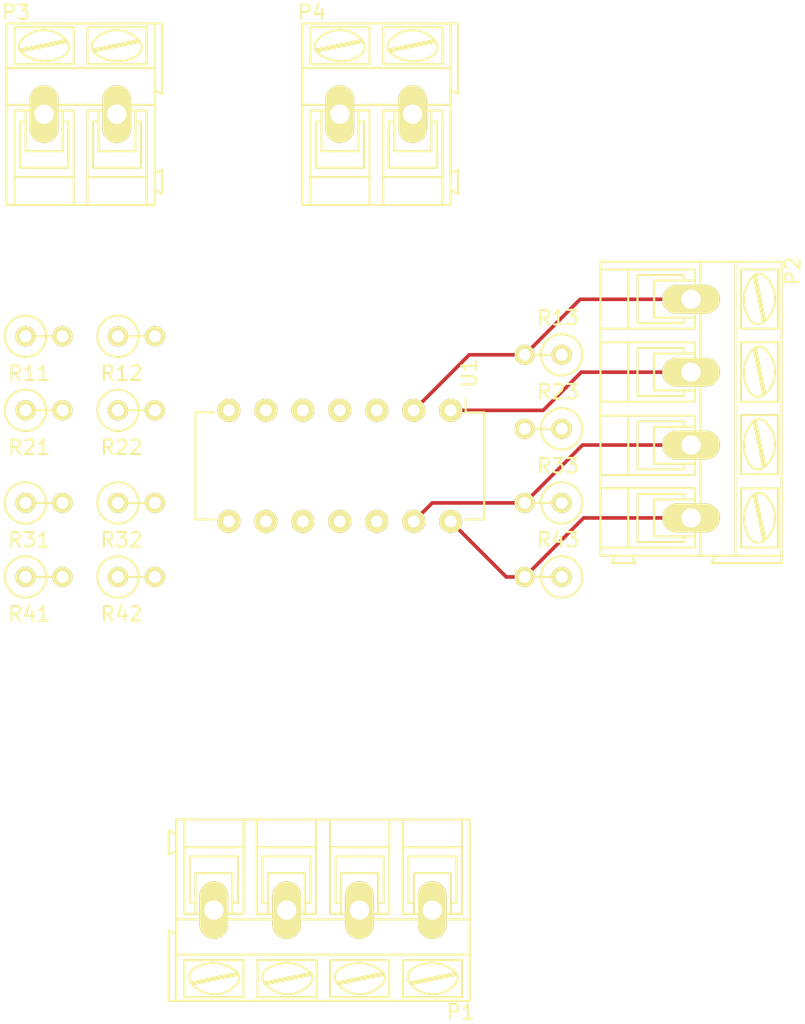
<source format=kicad_pcb>
(kicad_pcb (version 4) (host pcbnew 4.0.4-1.fc25-product)

  (general
    (links 35)
    (no_connects 28)
    (area 131.47381 56.76 187.18 127.49)
    (thickness 1.6)
    (drawings 0)
    (tracks 15)
    (zones 0)
    (modules 17)
    (nets 16)
  )

  (page A4)
  (title_block
    (title "Simple Railcom Detector")
    (date 2017-02-16)
    (rev 1)
    (company "Evili de l Rio")
  )

  (layers
    (0 F.Cu signal)
    (31 B.Cu signal)
    (32 B.Adhes user)
    (33 F.Adhes user)
    (34 B.Paste user)
    (35 F.Paste user)
    (36 B.SilkS user)
    (37 F.SilkS user)
    (38 B.Mask user)
    (39 F.Mask user)
    (40 Dwgs.User user)
    (41 Cmts.User user)
    (42 Eco1.User user)
    (43 Eco2.User user)
    (44 Edge.Cuts user)
    (45 Margin user)
    (46 B.CrtYd user)
    (47 F.CrtYd user)
    (48 B.Fab user)
    (49 F.Fab user)
  )

  (setup
    (last_trace_width 0.25)
    (trace_clearance 0.25)
    (zone_clearance 0.508)
    (zone_45_only no)
    (trace_min 0.25)
    (segment_width 0.2)
    (edge_width 0.15)
    (via_size 0.6)
    (via_drill 0.4)
    (via_min_size 0.4)
    (via_min_drill 0.3)
    (uvia_size 0.3)
    (uvia_drill 0.1)
    (uvias_allowed no)
    (uvia_min_size 0.2)
    (uvia_min_drill 0.1)
    (pcb_text_width 0.3)
    (pcb_text_size 1.5 1.5)
    (mod_edge_width 0.15)
    (mod_text_size 1 1)
    (mod_text_width 0.15)
    (pad_size 1.524 1.524)
    (pad_drill 0.762)
    (pad_to_mask_clearance 0.2)
    (aux_axis_origin 0 0)
    (visible_elements FFFEFF7F)
    (pcbplotparams
      (layerselection 0x00030_80000001)
      (usegerberextensions false)
      (excludeedgelayer true)
      (linewidth 0.100000)
      (plotframeref false)
      (viasonmask false)
      (mode 1)
      (useauxorigin false)
      (hpglpennumber 1)
      (hpglpenspeed 20)
      (hpglpendiameter 15)
      (hpglpenoverlay 2)
      (psnegative false)
      (psa4output false)
      (plotreference true)
      (plotvalue true)
      (plotinvisibletext false)
      (padsonsilk false)
      (subtractmaskfromsilk false)
      (outputformat 1)
      (mirror false)
      (drillshape 1)
      (scaleselection 1)
      (outputdirectory ""))
  )

  (net 0 "")
  (net 1 "Net-(P1-Pad1)")
  (net 2 "Net-(P1-Pad2)")
  (net 3 "Net-(P1-Pad4)")
  (net 4 "Net-(P1-Pad3)")
  (net 5 "Net-(P2-Pad1)")
  (net 6 "Net-(P2-Pad2)")
  (net 7 "Net-(P2-Pad4)")
  (net 8 "Net-(P2-Pad3)")
  (net 9 +12V)
  (net 10 "Net-(R11-Pad2)")
  (net 11 GND)
  (net 12 +5V)
  (net 13 "Net-(R21-Pad2)")
  (net 14 "Net-(R31-Pad2)")
  (net 15 "Net-(R41-Pad2)")

  (net_class Default "This is the default net class."
    (clearance 0.25)
    (trace_width 0.25)
    (via_dia 0.6)
    (via_drill 0.4)
    (uvia_dia 0.3)
    (uvia_drill 0.1)
    (add_net +12V)
    (add_net +5V)
    (add_net GND)
    (add_net "Net-(P1-Pad1)")
    (add_net "Net-(P1-Pad2)")
    (add_net "Net-(P1-Pad3)")
    (add_net "Net-(P1-Pad4)")
    (add_net "Net-(P2-Pad1)")
    (add_net "Net-(P2-Pad2)")
    (add_net "Net-(P2-Pad3)")
    (add_net "Net-(P2-Pad4)")
    (add_net "Net-(R11-Pad2)")
    (add_net "Net-(R21-Pad2)")
    (add_net "Net-(R31-Pad2)")
    (add_net "Net-(R41-Pad2)")
  )

  (module Connect:AK300-4 (layer F.Cu) (tedit 54791E04) (tstamp 58A5C5F9)
    (at 161.29 119.38 180)
    (descr CONNECTOR)
    (tags CONNECTOR)
    (path /58A49653)
    (attr virtual)
    (fp_text reference P1 (at -1.945 -6.985 180) (layer F.SilkS)
      (effects (font (size 1 1) (thickness 0.15)))
    )
    (fp_text value CONN_01X04 (at 2.754 7.747 180) (layer F.Fab)
      (effects (font (size 1 1) (thickness 0.15)))
    )
    (fp_line (start 18.35 -6.473) (end 18.35 6.473) (layer F.CrtYd) (width 0.05))
    (fp_line (start -2.83 -6.473) (end -2.83 6.473) (layer F.CrtYd) (width 0.05))
    (fp_line (start -2.83 6.473) (end 18.35 6.473) (layer F.CrtYd) (width 0.05))
    (fp_line (start -2.83 -6.473) (end 18.35 -6.473) (layer F.CrtYd) (width 0.05))
    (fp_line (start 8.75 -0.254) (end 8.75 2.54) (layer F.SilkS) (width 0.15))
    (fp_line (start 8.75 2.54) (end 11.29 2.54) (layer F.SilkS) (width 0.15))
    (fp_line (start 11.29 2.54) (end 11.29 -0.254) (layer F.SilkS) (width 0.15))
    (fp_line (start 7.9372 -3.429) (end 7.9372 -5.969) (layer F.SilkS) (width 0.15))
    (fp_line (start 7.9372 -5.969) (end 12.0012 -5.969) (layer F.SilkS) (width 0.15))
    (fp_line (start 12.0012 -5.969) (end 12.0012 -3.429) (layer F.SilkS) (width 0.15))
    (fp_line (start 12.0012 -3.429) (end 7.9372 -3.429) (layer F.SilkS) (width 0.15))
    (fp_line (start 8.3436 -4.445) (end 11.3916 -5.08) (layer F.SilkS) (width 0.15))
    (fp_line (start 8.4706 -4.318) (end 11.5186 -4.953) (layer F.SilkS) (width 0.15))
    (fp_arc (start 10.9852 -4.59486) (end 11.49066 -5.05206) (angle 90.5) (layer F.SilkS) (width 0.15))
    (fp_arc (start 10.02 -6.0706) (end 11.48304 -4.11734) (angle 75.5) (layer F.SilkS) (width 0.15))
    (fp_arc (start 9.94126 -3.7084) (end 8.3436 -5.0038) (angle 100) (layer F.SilkS) (width 0.15))
    (fp_arc (start 8.8262 -4.64566) (end 8.53664 -4.1275) (angle 104.2) (layer F.SilkS) (width 0.15))
    (fp_line (start 7.988 4.318) (end 12.052 4.318) (layer F.SilkS) (width 0.15))
    (fp_line (start 12.052 6.223) (end 12.052 -0.254) (layer F.SilkS) (width 0.15))
    (fp_line (start 8.369 0.508) (end 8.75 0.508) (layer F.SilkS) (width 0.15))
    (fp_line (start 8.369 0.508) (end 8.369 3.683) (layer F.SilkS) (width 0.15))
    (fp_line (start 8.369 3.683) (end 11.671 3.683) (layer F.SilkS) (width 0.15))
    (fp_line (start 11.671 3.683) (end 11.671 0.508) (layer F.SilkS) (width 0.15))
    (fp_line (start 11.671 0.508) (end 11.29 0.508) (layer F.SilkS) (width 0.15))
    (fp_line (start 12.51 -0.635) (end 17.59 -0.635) (layer F.SilkS) (width 0.15))
    (fp_line (start 7.988 6.223) (end 7.988 -0.254) (layer F.SilkS) (width 0.15))
    (fp_line (start 7.988 -0.254) (end 12.052 -0.254) (layer F.SilkS) (width 0.15))
    (fp_line (start 16.955 6.223) (end 13.018 6.223) (layer F.SilkS) (width 0.15))
    (fp_line (start 13.168 6.223) (end 7.072 6.223) (layer F.SilkS) (width 0.15))
    (fp_line (start 17.59 -3.048) (end -2.58 -3.048) (layer F.SilkS) (width 0.15))
    (fp_line (start 17.74 -6.223) (end -2.58 -6.223) (layer F.SilkS) (width 0.15))
    (fp_line (start 12.66 -0.635) (end -2.5165 -0.635) (layer F.SilkS) (width 0.15))
    (fp_line (start 12.9545 4.0005) (end 12.9545 -0.254) (layer F.SilkS) (width 0.15))
    (fp_arc (start 13.8562 -4.64566) (end 13.56664 -4.1275) (angle 104.2) (layer F.SilkS) (width 0.15))
    (fp_arc (start 14.97126 -3.7084) (end 13.3736 -5.0038) (angle 100) (layer F.SilkS) (width 0.15))
    (fp_arc (start 15.05 -6.0706) (end 16.51304 -4.11734) (angle 75.5) (layer F.SilkS) (width 0.15))
    (fp_arc (start 16.0152 -4.59486) (end 16.52066 -5.05206) (angle 90.5) (layer F.SilkS) (width 0.15))
    (fp_line (start 13.3482 -0.254) (end 16.6502 -0.254) (layer F.SilkS) (width 0.15))
    (fp_line (start 12.9672 -0.254) (end 13.3482 -0.254) (layer F.SilkS) (width 0.15))
    (fp_line (start 17.0312 -0.254) (end 16.6502 -0.254) (layer F.SilkS) (width 0.15))
    (fp_line (start 13.5006 -4.318) (end 16.5486 -4.953) (layer F.SilkS) (width 0.15))
    (fp_line (start 13.3736 -4.445) (end 16.4216 -5.08) (layer F.SilkS) (width 0.15))
    (fp_line (start 17.0312 -3.429) (end 12.9672 -3.429) (layer F.SilkS) (width 0.15))
    (fp_line (start 17.0312 -5.969) (end 17.0312 -3.429) (layer F.SilkS) (width 0.15))
    (fp_line (start 12.9672 -5.969) (end 17.0312 -5.969) (layer F.SilkS) (width 0.15))
    (fp_line (start 12.9672 -3.429) (end 12.9672 -5.969) (layer F.SilkS) (width 0.15))
    (fp_line (start 17.59 -3.175) (end 17.59 -1.651) (layer F.SilkS) (width 0.15))
    (fp_line (start 17.59 -0.635) (end 17.59 4.064) (layer F.SilkS) (width 0.15))
    (fp_line (start 17.59 -1.651) (end 17.59 -0.635) (layer F.SilkS) (width 0.15))
    (fp_line (start 16.6502 0.508) (end 16.2692 0.508) (layer F.SilkS) (width 0.15))
    (fp_line (start 13.3482 0.508) (end 13.7292 0.508) (layer F.SilkS) (width 0.15))
    (fp_line (start 13.3482 3.683) (end 13.3482 0.508) (layer F.SilkS) (width 0.15))
    (fp_line (start 16.6502 3.683) (end 13.3482 3.683) (layer F.SilkS) (width 0.15))
    (fp_line (start 16.6502 3.683) (end 16.6502 0.508) (layer F.SilkS) (width 0.15))
    (fp_line (start 17.0312 4.318) (end 17.0312 6.223) (layer F.SilkS) (width 0.15))
    (fp_line (start 12.9672 4.318) (end 17.0312 4.318) (layer F.SilkS) (width 0.15))
    (fp_line (start 17.0312 6.223) (end 17.59 6.223) (layer F.SilkS) (width 0.15))
    (fp_line (start 17.0312 -0.254) (end 17.0312 4.318) (layer F.SilkS) (width 0.15))
    (fp_line (start 12.9672 6.223) (end 12.9672 4.318) (layer F.SilkS) (width 0.15))
    (fp_line (start 18.098 3.81) (end 18.098 5.461) (layer F.SilkS) (width 0.15))
    (fp_line (start 17.59 4.064) (end 17.59 5.207) (layer F.SilkS) (width 0.15))
    (fp_line (start 18.098 3.81) (end 17.59 4.064) (layer F.SilkS) (width 0.15))
    (fp_line (start 17.59 5.207) (end 17.59 6.223) (layer F.SilkS) (width 0.15))
    (fp_line (start 18.098 5.461) (end 17.59 5.207) (layer F.SilkS) (width 0.15))
    (fp_line (start 18.098 -1.397) (end 17.59 -1.651) (layer F.SilkS) (width 0.15))
    (fp_line (start 18.098 -6.223) (end 18.098 -1.397) (layer F.SilkS) (width 0.15))
    (fp_line (start 17.59 -6.223) (end 18.098 -6.223) (layer F.SilkS) (width 0.15))
    (fp_line (start 17.59 -6.223) (end 17.59 -3.175) (layer F.SilkS) (width 0.15))
    (fp_line (start 13.7292 2.54) (end 13.7292 -0.254) (layer F.SilkS) (width 0.15))
    (fp_line (start 13.7292 -0.254) (end 16.2692 -0.254) (layer F.SilkS) (width 0.15))
    (fp_line (start 16.2692 2.54) (end 16.2692 -0.254) (layer F.SilkS) (width 0.15))
    (fp_line (start 13.7292 2.54) (end 16.2692 2.54) (layer F.SilkS) (width 0.15))
    (fp_line (start -1.2846 2.54) (end 1.2554 2.54) (layer F.SilkS) (width 0.15))
    (fp_line (start 1.2554 2.54) (end 1.2554 -0.254) (layer F.SilkS) (width 0.15))
    (fp_line (start -1.2846 -0.254) (end 1.2554 -0.254) (layer F.SilkS) (width 0.15))
    (fp_line (start -1.2846 2.54) (end -1.2846 -0.254) (layer F.SilkS) (width 0.15))
    (fp_line (start 3.7192 2.54) (end 6.2592 2.54) (layer F.SilkS) (width 0.15))
    (fp_line (start 6.2592 2.54) (end 6.2592 -0.254) (layer F.SilkS) (width 0.15))
    (fp_line (start 3.7192 -0.254) (end 6.2592 -0.254) (layer F.SilkS) (width 0.15))
    (fp_line (start 3.7192 2.54) (end 3.7192 -0.254) (layer F.SilkS) (width 0.15))
    (fp_line (start 12.9545 5.207) (end 12.9545 6.223) (layer F.SilkS) (width 0.15))
    (fp_line (start 12.9545 4.064) (end 12.9545 5.207) (layer F.SilkS) (width 0.15))
    (fp_line (start 2.9572 6.223) (end 2.9572 4.318) (layer F.SilkS) (width 0.15))
    (fp_line (start 7.0212 -0.254) (end 7.0212 4.318) (layer F.SilkS) (width 0.15))
    (fp_line (start 2.9572 6.223) (end 7.0212 6.223) (layer F.SilkS) (width 0.15))
    (fp_line (start 2.0174 6.223) (end 2.0174 4.318) (layer F.SilkS) (width 0.15))
    (fp_line (start 2.0174 6.223) (end 2.9572 6.223) (layer F.SilkS) (width 0.15))
    (fp_line (start -2.0466 -0.254) (end -2.0466 4.318) (layer F.SilkS) (width 0.15))
    (fp_line (start -2.58 6.223) (end -2.0466 6.223) (layer F.SilkS) (width 0.15))
    (fp_line (start -2.0466 6.223) (end 2.0174 6.223) (layer F.SilkS) (width 0.15))
    (fp_line (start 2.9572 4.318) (end 7.0212 4.318) (layer F.SilkS) (width 0.15))
    (fp_line (start 2.9572 4.318) (end 2.9572 -0.254) (layer F.SilkS) (width 0.15))
    (fp_line (start 7.0212 4.318) (end 7.0212 6.223) (layer F.SilkS) (width 0.15))
    (fp_line (start 2.0174 4.318) (end -2.0466 4.318) (layer F.SilkS) (width 0.15))
    (fp_line (start 2.0174 4.318) (end 2.0174 -0.254) (layer F.SilkS) (width 0.15))
    (fp_line (start -2.0466 4.318) (end -2.0466 6.223) (layer F.SilkS) (width 0.15))
    (fp_line (start 6.6402 3.683) (end 6.6402 0.508) (layer F.SilkS) (width 0.15))
    (fp_line (start 6.6402 3.683) (end 3.3382 3.683) (layer F.SilkS) (width 0.15))
    (fp_line (start 3.3382 3.683) (end 3.3382 0.508) (layer F.SilkS) (width 0.15))
    (fp_line (start 1.6364 3.683) (end 1.6364 0.508) (layer F.SilkS) (width 0.15))
    (fp_line (start 1.6364 3.683) (end -1.6656 3.683) (layer F.SilkS) (width 0.15))
    (fp_line (start -1.6656 3.683) (end -1.6656 0.508) (layer F.SilkS) (width 0.15))
    (fp_line (start -1.6656 0.508) (end -1.2846 0.508) (layer F.SilkS) (width 0.15))
    (fp_line (start 1.6364 0.508) (end 1.2554 0.508) (layer F.SilkS) (width 0.15))
    (fp_line (start 3.3382 0.508) (end 3.7192 0.508) (layer F.SilkS) (width 0.15))
    (fp_line (start 6.6402 0.508) (end 6.2592 0.508) (layer F.SilkS) (width 0.15))
    (fp_line (start -2.58 6.223) (end -2.58 -0.635) (layer F.SilkS) (width 0.15))
    (fp_line (start -2.58 -0.635) (end -2.58 -3.175) (layer F.SilkS) (width 0.15))
    (fp_line (start -2.58 -3.175) (end -2.58 -6.223) (layer F.SilkS) (width 0.15))
    (fp_line (start 2.9572 -3.429) (end 2.9572 -5.969) (layer F.SilkS) (width 0.15))
    (fp_line (start 2.9572 -5.969) (end 7.0212 -5.969) (layer F.SilkS) (width 0.15))
    (fp_line (start 7.0212 -5.969) (end 7.0212 -3.429) (layer F.SilkS) (width 0.15))
    (fp_line (start 7.0212 -3.429) (end 2.9572 -3.429) (layer F.SilkS) (width 0.15))
    (fp_line (start 2.0174 -3.429) (end 2.0174 -5.969) (layer F.SilkS) (width 0.15))
    (fp_line (start 2.0174 -3.429) (end -2.0466 -3.429) (layer F.SilkS) (width 0.15))
    (fp_line (start -2.0466 -3.429) (end -2.0466 -5.969) (layer F.SilkS) (width 0.15))
    (fp_line (start 2.0174 -5.969) (end -2.0466 -5.969) (layer F.SilkS) (width 0.15))
    (fp_line (start 3.3636 -4.445) (end 6.4116 -5.08) (layer F.SilkS) (width 0.15))
    (fp_line (start 3.4906 -4.318) (end 6.5386 -4.953) (layer F.SilkS) (width 0.15))
    (fp_line (start -1.6402 -4.445) (end 1.41034 -5.08) (layer F.SilkS) (width 0.15))
    (fp_line (start -1.5132 -4.318) (end 1.5348 -4.953) (layer F.SilkS) (width 0.15))
    (fp_line (start -2.0466 -0.254) (end -1.6656 -0.254) (layer F.SilkS) (width 0.15))
    (fp_line (start 2.0174 -0.254) (end 1.6364 -0.254) (layer F.SilkS) (width 0.15))
    (fp_line (start 1.6364 -0.254) (end -1.6656 -0.254) (layer F.SilkS) (width 0.15))
    (fp_line (start 7.0212 -0.254) (end 6.6402 -0.254) (layer F.SilkS) (width 0.15))
    (fp_line (start 2.9572 -0.254) (end 3.3382 -0.254) (layer F.SilkS) (width 0.15))
    (fp_line (start 3.3382 -0.254) (end 6.6402 -0.254) (layer F.SilkS) (width 0.15))
    (fp_arc (start 6.0052 -4.59486) (end 6.51066 -5.05206) (angle 90.5) (layer F.SilkS) (width 0.15))
    (fp_arc (start 5.04 -6.0706) (end 6.50304 -4.11734) (angle 75.5) (layer F.SilkS) (width 0.15))
    (fp_arc (start 4.96126 -3.7084) (end 3.3636 -5.0038) (angle 100) (layer F.SilkS) (width 0.15))
    (fp_arc (start 3.8462 -4.64566) (end 3.55664 -4.1275) (angle 104.2) (layer F.SilkS) (width 0.15))
    (fp_arc (start 1.0014 -4.59486) (end 1.5094 -5.05206) (angle 90.5) (layer F.SilkS) (width 0.15))
    (fp_arc (start 0.03874 -6.0706) (end 1.50178 -4.11734) (angle 75.5) (layer F.SilkS) (width 0.15))
    (fp_arc (start -0.03746 -3.7084) (end -1.6402 -5.0038) (angle 100) (layer F.SilkS) (width 0.15))
    (fp_arc (start -1.1576 -4.64566) (end -1.44462 -4.1275) (angle 104.2) (layer F.SilkS) (width 0.15))
    (pad 1 thru_hole oval (at 0 0 180) (size 1.9812 3.9624) (drill 1.3208) (layers *.Cu F.Paste F.SilkS F.Mask)
      (net 1 "Net-(P1-Pad1)"))
    (pad 2 thru_hole oval (at 5 0 180) (size 1.9812 3.9624) (drill 1.3208) (layers *.Cu F.Paste F.SilkS F.Mask)
      (net 2 "Net-(P1-Pad2)"))
    (pad 4 thru_hole oval (at 15 0 180) (size 1.9812 3.9624) (drill 1.3208) (layers *.Cu F.Paste F.SilkS F.Mask)
      (net 3 "Net-(P1-Pad4)"))
    (pad 3 thru_hole oval (at 10 0 180) (size 1.9812 3.9624) (drill 1.3208) (layers *.Cu *.Mask F.SilkS)
      (net 4 "Net-(P1-Pad3)"))
  )

  (module Connect:AK300-4 (layer F.Cu) (tedit 54791E04) (tstamp 58A5C601)
    (at 179.07 77.47 270)
    (descr CONNECTOR)
    (tags CONNECTOR)
    (path /58A58CA5)
    (attr virtual)
    (fp_text reference P2 (at -1.945 -6.985 270) (layer F.SilkS)
      (effects (font (size 1 1) (thickness 0.15)))
    )
    (fp_text value CONN_01X04 (at 2.754 7.747 270) (layer F.Fab)
      (effects (font (size 1 1) (thickness 0.15)))
    )
    (fp_line (start 18.35 -6.473) (end 18.35 6.473) (layer F.CrtYd) (width 0.05))
    (fp_line (start -2.83 -6.473) (end -2.83 6.473) (layer F.CrtYd) (width 0.05))
    (fp_line (start -2.83 6.473) (end 18.35 6.473) (layer F.CrtYd) (width 0.05))
    (fp_line (start -2.83 -6.473) (end 18.35 -6.473) (layer F.CrtYd) (width 0.05))
    (fp_line (start 8.75 -0.254) (end 8.75 2.54) (layer F.SilkS) (width 0.15))
    (fp_line (start 8.75 2.54) (end 11.29 2.54) (layer F.SilkS) (width 0.15))
    (fp_line (start 11.29 2.54) (end 11.29 -0.254) (layer F.SilkS) (width 0.15))
    (fp_line (start 7.9372 -3.429) (end 7.9372 -5.969) (layer F.SilkS) (width 0.15))
    (fp_line (start 7.9372 -5.969) (end 12.0012 -5.969) (layer F.SilkS) (width 0.15))
    (fp_line (start 12.0012 -5.969) (end 12.0012 -3.429) (layer F.SilkS) (width 0.15))
    (fp_line (start 12.0012 -3.429) (end 7.9372 -3.429) (layer F.SilkS) (width 0.15))
    (fp_line (start 8.3436 -4.445) (end 11.3916 -5.08) (layer F.SilkS) (width 0.15))
    (fp_line (start 8.4706 -4.318) (end 11.5186 -4.953) (layer F.SilkS) (width 0.15))
    (fp_arc (start 10.9852 -4.59486) (end 11.49066 -5.05206) (angle 90.5) (layer F.SilkS) (width 0.15))
    (fp_arc (start 10.02 -6.0706) (end 11.48304 -4.11734) (angle 75.5) (layer F.SilkS) (width 0.15))
    (fp_arc (start 9.94126 -3.7084) (end 8.3436 -5.0038) (angle 100) (layer F.SilkS) (width 0.15))
    (fp_arc (start 8.8262 -4.64566) (end 8.53664 -4.1275) (angle 104.2) (layer F.SilkS) (width 0.15))
    (fp_line (start 7.988 4.318) (end 12.052 4.318) (layer F.SilkS) (width 0.15))
    (fp_line (start 12.052 6.223) (end 12.052 -0.254) (layer F.SilkS) (width 0.15))
    (fp_line (start 8.369 0.508) (end 8.75 0.508) (layer F.SilkS) (width 0.15))
    (fp_line (start 8.369 0.508) (end 8.369 3.683) (layer F.SilkS) (width 0.15))
    (fp_line (start 8.369 3.683) (end 11.671 3.683) (layer F.SilkS) (width 0.15))
    (fp_line (start 11.671 3.683) (end 11.671 0.508) (layer F.SilkS) (width 0.15))
    (fp_line (start 11.671 0.508) (end 11.29 0.508) (layer F.SilkS) (width 0.15))
    (fp_line (start 12.51 -0.635) (end 17.59 -0.635) (layer F.SilkS) (width 0.15))
    (fp_line (start 7.988 6.223) (end 7.988 -0.254) (layer F.SilkS) (width 0.15))
    (fp_line (start 7.988 -0.254) (end 12.052 -0.254) (layer F.SilkS) (width 0.15))
    (fp_line (start 16.955 6.223) (end 13.018 6.223) (layer F.SilkS) (width 0.15))
    (fp_line (start 13.168 6.223) (end 7.072 6.223) (layer F.SilkS) (width 0.15))
    (fp_line (start 17.59 -3.048) (end -2.58 -3.048) (layer F.SilkS) (width 0.15))
    (fp_line (start 17.74 -6.223) (end -2.58 -6.223) (layer F.SilkS) (width 0.15))
    (fp_line (start 12.66 -0.635) (end -2.5165 -0.635) (layer F.SilkS) (width 0.15))
    (fp_line (start 12.9545 4.0005) (end 12.9545 -0.254) (layer F.SilkS) (width 0.15))
    (fp_arc (start 13.8562 -4.64566) (end 13.56664 -4.1275) (angle 104.2) (layer F.SilkS) (width 0.15))
    (fp_arc (start 14.97126 -3.7084) (end 13.3736 -5.0038) (angle 100) (layer F.SilkS) (width 0.15))
    (fp_arc (start 15.05 -6.0706) (end 16.51304 -4.11734) (angle 75.5) (layer F.SilkS) (width 0.15))
    (fp_arc (start 16.0152 -4.59486) (end 16.52066 -5.05206) (angle 90.5) (layer F.SilkS) (width 0.15))
    (fp_line (start 13.3482 -0.254) (end 16.6502 -0.254) (layer F.SilkS) (width 0.15))
    (fp_line (start 12.9672 -0.254) (end 13.3482 -0.254) (layer F.SilkS) (width 0.15))
    (fp_line (start 17.0312 -0.254) (end 16.6502 -0.254) (layer F.SilkS) (width 0.15))
    (fp_line (start 13.5006 -4.318) (end 16.5486 -4.953) (layer F.SilkS) (width 0.15))
    (fp_line (start 13.3736 -4.445) (end 16.4216 -5.08) (layer F.SilkS) (width 0.15))
    (fp_line (start 17.0312 -3.429) (end 12.9672 -3.429) (layer F.SilkS) (width 0.15))
    (fp_line (start 17.0312 -5.969) (end 17.0312 -3.429) (layer F.SilkS) (width 0.15))
    (fp_line (start 12.9672 -5.969) (end 17.0312 -5.969) (layer F.SilkS) (width 0.15))
    (fp_line (start 12.9672 -3.429) (end 12.9672 -5.969) (layer F.SilkS) (width 0.15))
    (fp_line (start 17.59 -3.175) (end 17.59 -1.651) (layer F.SilkS) (width 0.15))
    (fp_line (start 17.59 -0.635) (end 17.59 4.064) (layer F.SilkS) (width 0.15))
    (fp_line (start 17.59 -1.651) (end 17.59 -0.635) (layer F.SilkS) (width 0.15))
    (fp_line (start 16.6502 0.508) (end 16.2692 0.508) (layer F.SilkS) (width 0.15))
    (fp_line (start 13.3482 0.508) (end 13.7292 0.508) (layer F.SilkS) (width 0.15))
    (fp_line (start 13.3482 3.683) (end 13.3482 0.508) (layer F.SilkS) (width 0.15))
    (fp_line (start 16.6502 3.683) (end 13.3482 3.683) (layer F.SilkS) (width 0.15))
    (fp_line (start 16.6502 3.683) (end 16.6502 0.508) (layer F.SilkS) (width 0.15))
    (fp_line (start 17.0312 4.318) (end 17.0312 6.223) (layer F.SilkS) (width 0.15))
    (fp_line (start 12.9672 4.318) (end 17.0312 4.318) (layer F.SilkS) (width 0.15))
    (fp_line (start 17.0312 6.223) (end 17.59 6.223) (layer F.SilkS) (width 0.15))
    (fp_line (start 17.0312 -0.254) (end 17.0312 4.318) (layer F.SilkS) (width 0.15))
    (fp_line (start 12.9672 6.223) (end 12.9672 4.318) (layer F.SilkS) (width 0.15))
    (fp_line (start 18.098 3.81) (end 18.098 5.461) (layer F.SilkS) (width 0.15))
    (fp_line (start 17.59 4.064) (end 17.59 5.207) (layer F.SilkS) (width 0.15))
    (fp_line (start 18.098 3.81) (end 17.59 4.064) (layer F.SilkS) (width 0.15))
    (fp_line (start 17.59 5.207) (end 17.59 6.223) (layer F.SilkS) (width 0.15))
    (fp_line (start 18.098 5.461) (end 17.59 5.207) (layer F.SilkS) (width 0.15))
    (fp_line (start 18.098 -1.397) (end 17.59 -1.651) (layer F.SilkS) (width 0.15))
    (fp_line (start 18.098 -6.223) (end 18.098 -1.397) (layer F.SilkS) (width 0.15))
    (fp_line (start 17.59 -6.223) (end 18.098 -6.223) (layer F.SilkS) (width 0.15))
    (fp_line (start 17.59 -6.223) (end 17.59 -3.175) (layer F.SilkS) (width 0.15))
    (fp_line (start 13.7292 2.54) (end 13.7292 -0.254) (layer F.SilkS) (width 0.15))
    (fp_line (start 13.7292 -0.254) (end 16.2692 -0.254) (layer F.SilkS) (width 0.15))
    (fp_line (start 16.2692 2.54) (end 16.2692 -0.254) (layer F.SilkS) (width 0.15))
    (fp_line (start 13.7292 2.54) (end 16.2692 2.54) (layer F.SilkS) (width 0.15))
    (fp_line (start -1.2846 2.54) (end 1.2554 2.54) (layer F.SilkS) (width 0.15))
    (fp_line (start 1.2554 2.54) (end 1.2554 -0.254) (layer F.SilkS) (width 0.15))
    (fp_line (start -1.2846 -0.254) (end 1.2554 -0.254) (layer F.SilkS) (width 0.15))
    (fp_line (start -1.2846 2.54) (end -1.2846 -0.254) (layer F.SilkS) (width 0.15))
    (fp_line (start 3.7192 2.54) (end 6.2592 2.54) (layer F.SilkS) (width 0.15))
    (fp_line (start 6.2592 2.54) (end 6.2592 -0.254) (layer F.SilkS) (width 0.15))
    (fp_line (start 3.7192 -0.254) (end 6.2592 -0.254) (layer F.SilkS) (width 0.15))
    (fp_line (start 3.7192 2.54) (end 3.7192 -0.254) (layer F.SilkS) (width 0.15))
    (fp_line (start 12.9545 5.207) (end 12.9545 6.223) (layer F.SilkS) (width 0.15))
    (fp_line (start 12.9545 4.064) (end 12.9545 5.207) (layer F.SilkS) (width 0.15))
    (fp_line (start 2.9572 6.223) (end 2.9572 4.318) (layer F.SilkS) (width 0.15))
    (fp_line (start 7.0212 -0.254) (end 7.0212 4.318) (layer F.SilkS) (width 0.15))
    (fp_line (start 2.9572 6.223) (end 7.0212 6.223) (layer F.SilkS) (width 0.15))
    (fp_line (start 2.0174 6.223) (end 2.0174 4.318) (layer F.SilkS) (width 0.15))
    (fp_line (start 2.0174 6.223) (end 2.9572 6.223) (layer F.SilkS) (width 0.15))
    (fp_line (start -2.0466 -0.254) (end -2.0466 4.318) (layer F.SilkS) (width 0.15))
    (fp_line (start -2.58 6.223) (end -2.0466 6.223) (layer F.SilkS) (width 0.15))
    (fp_line (start -2.0466 6.223) (end 2.0174 6.223) (layer F.SilkS) (width 0.15))
    (fp_line (start 2.9572 4.318) (end 7.0212 4.318) (layer F.SilkS) (width 0.15))
    (fp_line (start 2.9572 4.318) (end 2.9572 -0.254) (layer F.SilkS) (width 0.15))
    (fp_line (start 7.0212 4.318) (end 7.0212 6.223) (layer F.SilkS) (width 0.15))
    (fp_line (start 2.0174 4.318) (end -2.0466 4.318) (layer F.SilkS) (width 0.15))
    (fp_line (start 2.0174 4.318) (end 2.0174 -0.254) (layer F.SilkS) (width 0.15))
    (fp_line (start -2.0466 4.318) (end -2.0466 6.223) (layer F.SilkS) (width 0.15))
    (fp_line (start 6.6402 3.683) (end 6.6402 0.508) (layer F.SilkS) (width 0.15))
    (fp_line (start 6.6402 3.683) (end 3.3382 3.683) (layer F.SilkS) (width 0.15))
    (fp_line (start 3.3382 3.683) (end 3.3382 0.508) (layer F.SilkS) (width 0.15))
    (fp_line (start 1.6364 3.683) (end 1.6364 0.508) (layer F.SilkS) (width 0.15))
    (fp_line (start 1.6364 3.683) (end -1.6656 3.683) (layer F.SilkS) (width 0.15))
    (fp_line (start -1.6656 3.683) (end -1.6656 0.508) (layer F.SilkS) (width 0.15))
    (fp_line (start -1.6656 0.508) (end -1.2846 0.508) (layer F.SilkS) (width 0.15))
    (fp_line (start 1.6364 0.508) (end 1.2554 0.508) (layer F.SilkS) (width 0.15))
    (fp_line (start 3.3382 0.508) (end 3.7192 0.508) (layer F.SilkS) (width 0.15))
    (fp_line (start 6.6402 0.508) (end 6.2592 0.508) (layer F.SilkS) (width 0.15))
    (fp_line (start -2.58 6.223) (end -2.58 -0.635) (layer F.SilkS) (width 0.15))
    (fp_line (start -2.58 -0.635) (end -2.58 -3.175) (layer F.SilkS) (width 0.15))
    (fp_line (start -2.58 -3.175) (end -2.58 -6.223) (layer F.SilkS) (width 0.15))
    (fp_line (start 2.9572 -3.429) (end 2.9572 -5.969) (layer F.SilkS) (width 0.15))
    (fp_line (start 2.9572 -5.969) (end 7.0212 -5.969) (layer F.SilkS) (width 0.15))
    (fp_line (start 7.0212 -5.969) (end 7.0212 -3.429) (layer F.SilkS) (width 0.15))
    (fp_line (start 7.0212 -3.429) (end 2.9572 -3.429) (layer F.SilkS) (width 0.15))
    (fp_line (start 2.0174 -3.429) (end 2.0174 -5.969) (layer F.SilkS) (width 0.15))
    (fp_line (start 2.0174 -3.429) (end -2.0466 -3.429) (layer F.SilkS) (width 0.15))
    (fp_line (start -2.0466 -3.429) (end -2.0466 -5.969) (layer F.SilkS) (width 0.15))
    (fp_line (start 2.0174 -5.969) (end -2.0466 -5.969) (layer F.SilkS) (width 0.15))
    (fp_line (start 3.3636 -4.445) (end 6.4116 -5.08) (layer F.SilkS) (width 0.15))
    (fp_line (start 3.4906 -4.318) (end 6.5386 -4.953) (layer F.SilkS) (width 0.15))
    (fp_line (start -1.6402 -4.445) (end 1.41034 -5.08) (layer F.SilkS) (width 0.15))
    (fp_line (start -1.5132 -4.318) (end 1.5348 -4.953) (layer F.SilkS) (width 0.15))
    (fp_line (start -2.0466 -0.254) (end -1.6656 -0.254) (layer F.SilkS) (width 0.15))
    (fp_line (start 2.0174 -0.254) (end 1.6364 -0.254) (layer F.SilkS) (width 0.15))
    (fp_line (start 1.6364 -0.254) (end -1.6656 -0.254) (layer F.SilkS) (width 0.15))
    (fp_line (start 7.0212 -0.254) (end 6.6402 -0.254) (layer F.SilkS) (width 0.15))
    (fp_line (start 2.9572 -0.254) (end 3.3382 -0.254) (layer F.SilkS) (width 0.15))
    (fp_line (start 3.3382 -0.254) (end 6.6402 -0.254) (layer F.SilkS) (width 0.15))
    (fp_arc (start 6.0052 -4.59486) (end 6.51066 -5.05206) (angle 90.5) (layer F.SilkS) (width 0.15))
    (fp_arc (start 5.04 -6.0706) (end 6.50304 -4.11734) (angle 75.5) (layer F.SilkS) (width 0.15))
    (fp_arc (start 4.96126 -3.7084) (end 3.3636 -5.0038) (angle 100) (layer F.SilkS) (width 0.15))
    (fp_arc (start 3.8462 -4.64566) (end 3.55664 -4.1275) (angle 104.2) (layer F.SilkS) (width 0.15))
    (fp_arc (start 1.0014 -4.59486) (end 1.5094 -5.05206) (angle 90.5) (layer F.SilkS) (width 0.15))
    (fp_arc (start 0.03874 -6.0706) (end 1.50178 -4.11734) (angle 75.5) (layer F.SilkS) (width 0.15))
    (fp_arc (start -0.03746 -3.7084) (end -1.6402 -5.0038) (angle 100) (layer F.SilkS) (width 0.15))
    (fp_arc (start -1.1576 -4.64566) (end -1.44462 -4.1275) (angle 104.2) (layer F.SilkS) (width 0.15))
    (pad 1 thru_hole oval (at 0 0 270) (size 1.9812 3.9624) (drill 1.3208) (layers *.Cu F.Paste F.SilkS F.Mask)
      (net 5 "Net-(P2-Pad1)"))
    (pad 2 thru_hole oval (at 5 0 270) (size 1.9812 3.9624) (drill 1.3208) (layers *.Cu F.Paste F.SilkS F.Mask)
      (net 6 "Net-(P2-Pad2)"))
    (pad 4 thru_hole oval (at 15 0 270) (size 1.9812 3.9624) (drill 1.3208) (layers *.Cu F.Paste F.SilkS F.Mask)
      (net 7 "Net-(P2-Pad4)"))
    (pad 3 thru_hole oval (at 10 0 270) (size 1.9812 3.9624) (drill 1.3208) (layers *.Cu *.Mask F.SilkS)
      (net 8 "Net-(P2-Pad3)"))
  )

  (module Discret:R1 (layer F.Cu) (tedit 0) (tstamp 58A5C607)
    (at 134.62 80.01)
    (descr "Resistance verticale")
    (tags R)
    (path /58A4957B)
    (fp_text reference R11 (at -1.016 2.54) (layer F.SilkS)
      (effects (font (size 1 1) (thickness 0.15)))
    )
    (fp_text value 12K (at -1.143 2.54) (layer F.Fab)
      (effects (font (size 1 1) (thickness 0.15)))
    )
    (fp_line (start -1.27 0) (end 1.27 0) (layer F.SilkS) (width 0.15))
    (fp_circle (center -1.27 0) (end -0.635 1.27) (layer F.SilkS) (width 0.15))
    (pad 1 thru_hole circle (at -1.27 0) (size 1.397 1.397) (drill 0.8128) (layers *.Cu *.Mask F.SilkS)
      (net 9 +12V))
    (pad 2 thru_hole circle (at 1.27 0) (size 1.397 1.397) (drill 0.8128) (layers *.Cu *.Mask F.SilkS)
      (net 10 "Net-(R11-Pad2)"))
    (model Discret.3dshapes/R1.wrl
      (at (xyz 0 0 0))
      (scale (xyz 1 1 1))
      (rotate (xyz 0 0 0))
    )
  )

  (module Discret:R1 (layer F.Cu) (tedit 0) (tstamp 58A5C60D)
    (at 140.97 80.01)
    (descr "Resistance verticale")
    (tags R)
    (path /58A495EE)
    (fp_text reference R12 (at -1.016 2.54) (layer F.SilkS)
      (effects (font (size 1 1) (thickness 0.15)))
    )
    (fp_text value 1K (at -1.143 2.54) (layer F.Fab)
      (effects (font (size 1 1) (thickness 0.15)))
    )
    (fp_line (start -1.27 0) (end 1.27 0) (layer F.SilkS) (width 0.15))
    (fp_circle (center -1.27 0) (end -0.635 1.27) (layer F.SilkS) (width 0.15))
    (pad 1 thru_hole circle (at -1.27 0) (size 1.397 1.397) (drill 0.8128) (layers *.Cu *.Mask F.SilkS)
      (net 10 "Net-(R11-Pad2)"))
    (pad 2 thru_hole circle (at 1.27 0) (size 1.397 1.397) (drill 0.8128) (layers *.Cu *.Mask F.SilkS)
      (net 11 GND))
    (model Discret.3dshapes/R1.wrl
      (at (xyz 0 0 0))
      (scale (xyz 1 1 1))
      (rotate (xyz 0 0 0))
    )
  )

  (module Discret:R1 (layer F.Cu) (tedit 0) (tstamp 58A5C613)
    (at 168.91 81.28 180)
    (descr "Resistance verticale")
    (tags R)
    (path /58A586C9)
    (fp_text reference R13 (at -1.016 2.54 180) (layer F.SilkS)
      (effects (font (size 1 1) (thickness 0.15)))
    )
    (fp_text value 5K (at -1.143 2.54 180) (layer F.Fab)
      (effects (font (size 1 1) (thickness 0.15)))
    )
    (fp_line (start -1.27 0) (end 1.27 0) (layer F.SilkS) (width 0.15))
    (fp_circle (center -1.27 0) (end -0.635 1.27) (layer F.SilkS) (width 0.15))
    (pad 1 thru_hole circle (at -1.27 0 180) (size 1.397 1.397) (drill 0.8128) (layers *.Cu *.Mask F.SilkS)
      (net 12 +5V))
    (pad 2 thru_hole circle (at 1.27 0 180) (size 1.397 1.397) (drill 0.8128) (layers *.Cu *.Mask F.SilkS)
      (net 5 "Net-(P2-Pad1)"))
    (model Discret.3dshapes/R1.wrl
      (at (xyz 0 0 0))
      (scale (xyz 1 1 1))
      (rotate (xyz 0 0 0))
    )
  )

  (module Discret:R1 (layer F.Cu) (tedit 0) (tstamp 58A5C619)
    (at 134.62 85.09)
    (descr "Resistance verticale")
    (tags R)
    (path /58A59396)
    (fp_text reference R21 (at -1.016 2.54) (layer F.SilkS)
      (effects (font (size 1 1) (thickness 0.15)))
    )
    (fp_text value 12K (at -1.143 2.54) (layer F.Fab)
      (effects (font (size 1 1) (thickness 0.15)))
    )
    (fp_line (start -1.27 0) (end 1.27 0) (layer F.SilkS) (width 0.15))
    (fp_circle (center -1.27 0) (end -0.635 1.27) (layer F.SilkS) (width 0.15))
    (pad 1 thru_hole circle (at -1.27 0) (size 1.397 1.397) (drill 0.8128) (layers *.Cu *.Mask F.SilkS)
      (net 9 +12V))
    (pad 2 thru_hole circle (at 1.27 0) (size 1.397 1.397) (drill 0.8128) (layers *.Cu *.Mask F.SilkS)
      (net 13 "Net-(R21-Pad2)"))
    (model Discret.3dshapes/R1.wrl
      (at (xyz 0 0 0))
      (scale (xyz 1 1 1))
      (rotate (xyz 0 0 0))
    )
  )

  (module Discret:R1 (layer F.Cu) (tedit 0) (tstamp 58A5C61F)
    (at 140.97 85.09)
    (descr "Resistance verticale")
    (tags R)
    (path /58A5939C)
    (fp_text reference R22 (at -1.016 2.54) (layer F.SilkS)
      (effects (font (size 1 1) (thickness 0.15)))
    )
    (fp_text value 1K (at -1.143 2.54) (layer F.Fab)
      (effects (font (size 1 1) (thickness 0.15)))
    )
    (fp_line (start -1.27 0) (end 1.27 0) (layer F.SilkS) (width 0.15))
    (fp_circle (center -1.27 0) (end -0.635 1.27) (layer F.SilkS) (width 0.15))
    (pad 1 thru_hole circle (at -1.27 0) (size 1.397 1.397) (drill 0.8128) (layers *.Cu *.Mask F.SilkS)
      (net 13 "Net-(R21-Pad2)"))
    (pad 2 thru_hole circle (at 1.27 0) (size 1.397 1.397) (drill 0.8128) (layers *.Cu *.Mask F.SilkS)
      (net 11 GND))
    (model Discret.3dshapes/R1.wrl
      (at (xyz 0 0 0))
      (scale (xyz 1 1 1))
      (rotate (xyz 0 0 0))
    )
  )

  (module Discret:R1 (layer F.Cu) (tedit 0) (tstamp 58A5C625)
    (at 168.91 86.36 180)
    (descr "Resistance verticale")
    (tags R)
    (path /58A593AB)
    (fp_text reference R23 (at -1.016 2.54 180) (layer F.SilkS)
      (effects (font (size 1 1) (thickness 0.15)))
    )
    (fp_text value 5K (at -1.143 2.54 180) (layer F.Fab)
      (effects (font (size 1 1) (thickness 0.15)))
    )
    (fp_line (start -1.27 0) (end 1.27 0) (layer F.SilkS) (width 0.15))
    (fp_circle (center -1.27 0) (end -0.635 1.27) (layer F.SilkS) (width 0.15))
    (pad 1 thru_hole circle (at -1.27 0 180) (size 1.397 1.397) (drill 0.8128) (layers *.Cu *.Mask F.SilkS)
      (net 12 +5V))
    (pad 2 thru_hole circle (at 1.27 0 180) (size 1.397 1.397) (drill 0.8128) (layers *.Cu *.Mask F.SilkS)
      (net 6 "Net-(P2-Pad2)"))
    (model Discret.3dshapes/R1.wrl
      (at (xyz 0 0 0))
      (scale (xyz 1 1 1))
      (rotate (xyz 0 0 0))
    )
  )

  (module Discret:R1 (layer F.Cu) (tedit 0) (tstamp 58A5C62B)
    (at 134.62 91.44)
    (descr "Resistance verticale")
    (tags R)
    (path /58A596AD)
    (fp_text reference R31 (at -1.016 2.54) (layer F.SilkS)
      (effects (font (size 1 1) (thickness 0.15)))
    )
    (fp_text value 12K (at -1.143 2.54) (layer F.Fab)
      (effects (font (size 1 1) (thickness 0.15)))
    )
    (fp_line (start -1.27 0) (end 1.27 0) (layer F.SilkS) (width 0.15))
    (fp_circle (center -1.27 0) (end -0.635 1.27) (layer F.SilkS) (width 0.15))
    (pad 1 thru_hole circle (at -1.27 0) (size 1.397 1.397) (drill 0.8128) (layers *.Cu *.Mask F.SilkS)
      (net 9 +12V))
    (pad 2 thru_hole circle (at 1.27 0) (size 1.397 1.397) (drill 0.8128) (layers *.Cu *.Mask F.SilkS)
      (net 14 "Net-(R31-Pad2)"))
    (model Discret.3dshapes/R1.wrl
      (at (xyz 0 0 0))
      (scale (xyz 1 1 1))
      (rotate (xyz 0 0 0))
    )
  )

  (module Discret:R1 (layer F.Cu) (tedit 0) (tstamp 58A5C631)
    (at 140.97 91.44)
    (descr "Resistance verticale")
    (tags R)
    (path /58A596B3)
    (fp_text reference R32 (at -1.016 2.54) (layer F.SilkS)
      (effects (font (size 1 1) (thickness 0.15)))
    )
    (fp_text value 1K (at -1.143 2.54) (layer F.Fab)
      (effects (font (size 1 1) (thickness 0.15)))
    )
    (fp_line (start -1.27 0) (end 1.27 0) (layer F.SilkS) (width 0.15))
    (fp_circle (center -1.27 0) (end -0.635 1.27) (layer F.SilkS) (width 0.15))
    (pad 1 thru_hole circle (at -1.27 0) (size 1.397 1.397) (drill 0.8128) (layers *.Cu *.Mask F.SilkS)
      (net 14 "Net-(R31-Pad2)"))
    (pad 2 thru_hole circle (at 1.27 0) (size 1.397 1.397) (drill 0.8128) (layers *.Cu *.Mask F.SilkS)
      (net 11 GND))
    (model Discret.3dshapes/R1.wrl
      (at (xyz 0 0 0))
      (scale (xyz 1 1 1))
      (rotate (xyz 0 0 0))
    )
  )

  (module Discret:R1 (layer F.Cu) (tedit 0) (tstamp 58A5C637)
    (at 168.91 91.44 180)
    (descr "Resistance verticale")
    (tags R)
    (path /58A596C2)
    (fp_text reference R33 (at -1.016 2.54 180) (layer F.SilkS)
      (effects (font (size 1 1) (thickness 0.15)))
    )
    (fp_text value 5K (at -1.143 2.54 180) (layer F.Fab)
      (effects (font (size 1 1) (thickness 0.15)))
    )
    (fp_line (start -1.27 0) (end 1.27 0) (layer F.SilkS) (width 0.15))
    (fp_circle (center -1.27 0) (end -0.635 1.27) (layer F.SilkS) (width 0.15))
    (pad 1 thru_hole circle (at -1.27 0 180) (size 1.397 1.397) (drill 0.8128) (layers *.Cu *.Mask F.SilkS)
      (net 12 +5V))
    (pad 2 thru_hole circle (at 1.27 0 180) (size 1.397 1.397) (drill 0.8128) (layers *.Cu *.Mask F.SilkS)
      (net 8 "Net-(P2-Pad3)"))
    (model Discret.3dshapes/R1.wrl
      (at (xyz 0 0 0))
      (scale (xyz 1 1 1))
      (rotate (xyz 0 0 0))
    )
  )

  (module Discret:R1 (layer F.Cu) (tedit 0) (tstamp 58A5C63D)
    (at 134.62 96.52)
    (descr "Resistance verticale")
    (tags R)
    (path /58A59A24)
    (fp_text reference R41 (at -1.016 2.54) (layer F.SilkS)
      (effects (font (size 1 1) (thickness 0.15)))
    )
    (fp_text value 12K (at -1.143 2.54) (layer F.Fab)
      (effects (font (size 1 1) (thickness 0.15)))
    )
    (fp_line (start -1.27 0) (end 1.27 0) (layer F.SilkS) (width 0.15))
    (fp_circle (center -1.27 0) (end -0.635 1.27) (layer F.SilkS) (width 0.15))
    (pad 1 thru_hole circle (at -1.27 0) (size 1.397 1.397) (drill 0.8128) (layers *.Cu *.Mask F.SilkS)
      (net 9 +12V))
    (pad 2 thru_hole circle (at 1.27 0) (size 1.397 1.397) (drill 0.8128) (layers *.Cu *.Mask F.SilkS)
      (net 15 "Net-(R41-Pad2)"))
    (model Discret.3dshapes/R1.wrl
      (at (xyz 0 0 0))
      (scale (xyz 1 1 1))
      (rotate (xyz 0 0 0))
    )
  )

  (module Discret:R1 (layer F.Cu) (tedit 0) (tstamp 58A5C643)
    (at 140.97 96.52)
    (descr "Resistance verticale")
    (tags R)
    (path /58A59A2A)
    (fp_text reference R42 (at -1.016 2.54) (layer F.SilkS)
      (effects (font (size 1 1) (thickness 0.15)))
    )
    (fp_text value 1K (at -1.143 2.54) (layer F.Fab)
      (effects (font (size 1 1) (thickness 0.15)))
    )
    (fp_line (start -1.27 0) (end 1.27 0) (layer F.SilkS) (width 0.15))
    (fp_circle (center -1.27 0) (end -0.635 1.27) (layer F.SilkS) (width 0.15))
    (pad 1 thru_hole circle (at -1.27 0) (size 1.397 1.397) (drill 0.8128) (layers *.Cu *.Mask F.SilkS)
      (net 15 "Net-(R41-Pad2)"))
    (pad 2 thru_hole circle (at 1.27 0) (size 1.397 1.397) (drill 0.8128) (layers *.Cu *.Mask F.SilkS)
      (net 11 GND))
    (model Discret.3dshapes/R1.wrl
      (at (xyz 0 0 0))
      (scale (xyz 1 1 1))
      (rotate (xyz 0 0 0))
    )
  )

  (module Discret:R1 (layer F.Cu) (tedit 0) (tstamp 58A5C649)
    (at 168.91 96.52 180)
    (descr "Resistance verticale")
    (tags R)
    (path /58A59A39)
    (fp_text reference R43 (at -1.016 2.54 180) (layer F.SilkS)
      (effects (font (size 1 1) (thickness 0.15)))
    )
    (fp_text value 5K (at -1.143 2.54 180) (layer F.Fab)
      (effects (font (size 1 1) (thickness 0.15)))
    )
    (fp_line (start -1.27 0) (end 1.27 0) (layer F.SilkS) (width 0.15))
    (fp_circle (center -1.27 0) (end -0.635 1.27) (layer F.SilkS) (width 0.15))
    (pad 1 thru_hole circle (at -1.27 0 180) (size 1.397 1.397) (drill 0.8128) (layers *.Cu *.Mask F.SilkS)
      (net 12 +5V))
    (pad 2 thru_hole circle (at 1.27 0 180) (size 1.397 1.397) (drill 0.8128) (layers *.Cu *.Mask F.SilkS)
      (net 7 "Net-(P2-Pad4)"))
    (model Discret.3dshapes/R1.wrl
      (at (xyz 0 0 0))
      (scale (xyz 1 1 1))
      (rotate (xyz 0 0 0))
    )
  )

  (module Housings_DIP:DIP-14_W7.62mm (layer F.Cu) (tedit 58A5E484) (tstamp 58A5C65B)
    (at 162.56 85.09 270)
    (descr "14-lead dip package, row spacing 7.62 mm (300 mils)")
    (tags "dil dip 2.54 300")
    (path /58A49463)
    (fp_text reference U1 (at -2.54 -1.27 270) (layer F.SilkS)
      (effects (font (size 1 1) (thickness 0.15)))
    )
    (fp_text value LM339 (at 0 -3.72 270) (layer F.Fab)
      (effects (font (size 1 1) (thickness 0.15)))
    )
    (fp_line (start -1.05 -2.45) (end -1.05 17.7) (layer F.CrtYd) (width 0.05))
    (fp_line (start 8.65 -2.45) (end 8.65 17.7) (layer F.CrtYd) (width 0.05))
    (fp_line (start -1.05 -2.45) (end 8.65 -2.45) (layer F.CrtYd) (width 0.05))
    (fp_line (start -1.05 17.7) (end 8.65 17.7) (layer F.CrtYd) (width 0.05))
    (fp_line (start 0.135 -2.295) (end 0.135 -1.025) (layer F.SilkS) (width 0.15))
    (fp_line (start 7.485 -2.295) (end 7.485 -1.025) (layer F.SilkS) (width 0.15))
    (fp_line (start 7.485 17.535) (end 7.485 16.265) (layer F.SilkS) (width 0.15))
    (fp_line (start 0.135 17.535) (end 0.135 16.265) (layer F.SilkS) (width 0.15))
    (fp_line (start 0.135 -2.295) (end 7.485 -2.295) (layer F.SilkS) (width 0.15))
    (fp_line (start 0.135 17.535) (end 7.485 17.535) (layer F.SilkS) (width 0.15))
    (fp_line (start 0.135 -1.025) (end -0.8 -1.025) (layer F.SilkS) (width 0.15))
    (pad 1 thru_hole oval (at 0 0 270) (size 1.6 1.6) (drill 0.8) (layers *.Cu *.Mask F.SilkS)
      (net 6 "Net-(P2-Pad2)"))
    (pad 2 thru_hole oval (at 0 2.54 270) (size 1.6 1.6) (drill 0.8) (layers *.Cu *.Mask F.SilkS)
      (net 5 "Net-(P2-Pad1)"))
    (pad 3 thru_hole oval (at 0 5.08 270) (size 1.6 1.6) (drill 0.8) (layers *.Cu *.Mask F.SilkS)
      (net 9 +12V))
    (pad 4 thru_hole oval (at 0 7.62 270) (size 1.6 1.6) (drill 0.8) (layers *.Cu *.Mask F.SilkS)
      (net 1 "Net-(P1-Pad1)"))
    (pad 5 thru_hole oval (at 0 10.16 270) (size 1.6 1.6) (drill 0.8) (layers *.Cu *.Mask F.SilkS)
      (net 10 "Net-(R11-Pad2)"))
    (pad 6 thru_hole oval (at 0 12.7 270) (size 1.6 1.6) (drill 0.8) (layers *.Cu *.Mask F.SilkS)
      (net 2 "Net-(P1-Pad2)"))
    (pad 7 thru_hole oval (at 0 15.24 270) (size 1.6 1.6) (drill 0.8) (layers *.Cu *.Mask F.SilkS)
      (net 13 "Net-(R21-Pad2)"))
    (pad 8 thru_hole oval (at 7.62 15.24 270) (size 1.6 1.6) (drill 0.8) (layers *.Cu *.Mask F.SilkS)
      (net 3 "Net-(P1-Pad4)"))
    (pad 9 thru_hole oval (at 7.62 12.7 270) (size 1.6 1.6) (drill 0.8) (layers *.Cu *.Mask F.SilkS)
      (net 15 "Net-(R41-Pad2)"))
    (pad 10 thru_hole oval (at 7.62 10.16 270) (size 1.6 1.6) (drill 0.8) (layers *.Cu *.Mask F.SilkS)
      (net 4 "Net-(P1-Pad3)"))
    (pad 11 thru_hole oval (at 7.62 7.62 270) (size 1.6 1.6) (drill 0.8) (layers *.Cu *.Mask F.SilkS)
      (net 14 "Net-(R31-Pad2)"))
    (pad 12 thru_hole oval (at 7.62 5.08 270) (size 1.6 1.6) (drill 0.8) (layers *.Cu *.Mask F.SilkS)
      (net 11 GND))
    (pad 13 thru_hole oval (at 7.62 2.54 270) (size 1.6 1.6) (drill 0.8) (layers *.Cu *.Mask F.SilkS)
      (net 8 "Net-(P2-Pad3)"))
    (pad 14 thru_hole oval (at 7.62 0 270) (size 1.6 1.6) (drill 0.8) (layers *.Cu *.Mask F.SilkS)
      (net 7 "Net-(P2-Pad4)"))
    (model Housings_DIP.3dshapes/DIP-14_W7.62mm.wrl
      (at (xyz 0 0 0))
      (scale (xyz 1 1 1))
      (rotate (xyz 0 0 0))
    )
  )

  (module Connect:AK300-2 (layer F.Cu) (tedit 54792136) (tstamp 58A5C98D)
    (at 134.62 64.77)
    (descr CONNECTOR)
    (tags CONNECTOR)
    (path /58A5CAA0)
    (attr virtual)
    (fp_text reference P3 (at -1.92 -6.985) (layer F.SilkS)
      (effects (font (size 1 1) (thickness 0.15)))
    )
    (fp_text value CONN_01X02 (at 2.779 7.747) (layer F.Fab)
      (effects (font (size 1 1) (thickness 0.15)))
    )
    (fp_line (start 8.363 -6.473) (end -2.83 -6.473) (layer F.CrtYd) (width 0.05))
    (fp_line (start 8.363 6.473) (end 8.363 -6.473) (layer F.CrtYd) (width 0.05))
    (fp_line (start -2.83 6.473) (end 8.363 6.473) (layer F.CrtYd) (width 0.05))
    (fp_line (start -2.83 -6.473) (end -2.83 6.473) (layer F.CrtYd) (width 0.05))
    (fp_line (start -1.2596 2.54) (end 1.2804 2.54) (layer F.SilkS) (width 0.15))
    (fp_line (start 1.2804 2.54) (end 1.2804 -0.254) (layer F.SilkS) (width 0.15))
    (fp_line (start -1.2596 -0.254) (end 1.2804 -0.254) (layer F.SilkS) (width 0.15))
    (fp_line (start -1.2596 2.54) (end -1.2596 -0.254) (layer F.SilkS) (width 0.15))
    (fp_line (start 3.7442 2.54) (end 6.2842 2.54) (layer F.SilkS) (width 0.15))
    (fp_line (start 6.2842 2.54) (end 6.2842 -0.254) (layer F.SilkS) (width 0.15))
    (fp_line (start 3.7442 -0.254) (end 6.2842 -0.254) (layer F.SilkS) (width 0.15))
    (fp_line (start 3.7442 2.54) (end 3.7442 -0.254) (layer F.SilkS) (width 0.15))
    (fp_line (start 7.605 -6.223) (end 7.605 -3.175) (layer F.SilkS) (width 0.15))
    (fp_line (start 7.605 -6.223) (end -2.58 -6.223) (layer F.SilkS) (width 0.15))
    (fp_line (start 7.605 -6.223) (end 8.113 -6.223) (layer F.SilkS) (width 0.15))
    (fp_line (start 8.113 -6.223) (end 8.113 -1.397) (layer F.SilkS) (width 0.15))
    (fp_line (start 8.113 -1.397) (end 7.605 -1.651) (layer F.SilkS) (width 0.15))
    (fp_line (start 8.113 5.461) (end 7.605 5.207) (layer F.SilkS) (width 0.15))
    (fp_line (start 7.605 5.207) (end 7.605 6.223) (layer F.SilkS) (width 0.15))
    (fp_line (start 8.113 3.81) (end 7.605 4.064) (layer F.SilkS) (width 0.15))
    (fp_line (start 7.605 4.064) (end 7.605 5.207) (layer F.SilkS) (width 0.15))
    (fp_line (start 8.113 3.81) (end 8.113 5.461) (layer F.SilkS) (width 0.15))
    (fp_line (start 2.9822 6.223) (end 2.9822 4.318) (layer F.SilkS) (width 0.15))
    (fp_line (start 7.0462 -0.254) (end 7.0462 4.318) (layer F.SilkS) (width 0.15))
    (fp_line (start 2.9822 6.223) (end 7.0462 6.223) (layer F.SilkS) (width 0.15))
    (fp_line (start 7.0462 6.223) (end 7.605 6.223) (layer F.SilkS) (width 0.15))
    (fp_line (start 2.0424 6.223) (end 2.0424 4.318) (layer F.SilkS) (width 0.15))
    (fp_line (start 2.0424 6.223) (end 2.9822 6.223) (layer F.SilkS) (width 0.15))
    (fp_line (start -2.0216 -0.254) (end -2.0216 4.318) (layer F.SilkS) (width 0.15))
    (fp_line (start -2.58 6.223) (end -2.0216 6.223) (layer F.SilkS) (width 0.15))
    (fp_line (start -2.0216 6.223) (end 2.0424 6.223) (layer F.SilkS) (width 0.15))
    (fp_line (start 2.9822 4.318) (end 7.0462 4.318) (layer F.SilkS) (width 0.15))
    (fp_line (start 2.9822 4.318) (end 2.9822 -0.254) (layer F.SilkS) (width 0.15))
    (fp_line (start 7.0462 4.318) (end 7.0462 6.223) (layer F.SilkS) (width 0.15))
    (fp_line (start 2.0424 4.318) (end -2.0216 4.318) (layer F.SilkS) (width 0.15))
    (fp_line (start 2.0424 4.318) (end 2.0424 -0.254) (layer F.SilkS) (width 0.15))
    (fp_line (start -2.0216 4.318) (end -2.0216 6.223) (layer F.SilkS) (width 0.15))
    (fp_line (start 6.6652 3.683) (end 6.6652 0.508) (layer F.SilkS) (width 0.15))
    (fp_line (start 6.6652 3.683) (end 3.3632 3.683) (layer F.SilkS) (width 0.15))
    (fp_line (start 3.3632 3.683) (end 3.3632 0.508) (layer F.SilkS) (width 0.15))
    (fp_line (start 1.6614 3.683) (end 1.6614 0.508) (layer F.SilkS) (width 0.15))
    (fp_line (start 1.6614 3.683) (end -1.6406 3.683) (layer F.SilkS) (width 0.15))
    (fp_line (start -1.6406 3.683) (end -1.6406 0.508) (layer F.SilkS) (width 0.15))
    (fp_line (start -1.6406 0.508) (end -1.2596 0.508) (layer F.SilkS) (width 0.15))
    (fp_line (start 1.6614 0.508) (end 1.2804 0.508) (layer F.SilkS) (width 0.15))
    (fp_line (start 3.3632 0.508) (end 3.7442 0.508) (layer F.SilkS) (width 0.15))
    (fp_line (start 6.6652 0.508) (end 6.2842 0.508) (layer F.SilkS) (width 0.15))
    (fp_line (start -2.58 6.223) (end -2.58 -0.635) (layer F.SilkS) (width 0.15))
    (fp_line (start -2.58 -0.635) (end -2.58 -3.175) (layer F.SilkS) (width 0.15))
    (fp_line (start 7.605 -1.651) (end 7.605 -0.635) (layer F.SilkS) (width 0.15))
    (fp_line (start 7.605 -0.635) (end 7.605 4.064) (layer F.SilkS) (width 0.15))
    (fp_line (start -2.58 -3.175) (end 7.605 -3.175) (layer F.SilkS) (width 0.15))
    (fp_line (start -2.58 -3.175) (end -2.58 -6.223) (layer F.SilkS) (width 0.15))
    (fp_line (start 7.605 -3.175) (end 7.605 -1.651) (layer F.SilkS) (width 0.15))
    (fp_line (start 2.9822 -3.429) (end 2.9822 -5.969) (layer F.SilkS) (width 0.15))
    (fp_line (start 2.9822 -5.969) (end 7.0462 -5.969) (layer F.SilkS) (width 0.15))
    (fp_line (start 7.0462 -5.969) (end 7.0462 -3.429) (layer F.SilkS) (width 0.15))
    (fp_line (start 7.0462 -3.429) (end 2.9822 -3.429) (layer F.SilkS) (width 0.15))
    (fp_line (start 2.0424 -3.429) (end 2.0424 -5.969) (layer F.SilkS) (width 0.15))
    (fp_line (start 2.0424 -3.429) (end -2.0216 -3.429) (layer F.SilkS) (width 0.15))
    (fp_line (start -2.0216 -3.429) (end -2.0216 -5.969) (layer F.SilkS) (width 0.15))
    (fp_line (start 2.0424 -5.969) (end -2.0216 -5.969) (layer F.SilkS) (width 0.15))
    (fp_line (start 3.3886 -4.445) (end 6.4366 -5.08) (layer F.SilkS) (width 0.15))
    (fp_line (start 3.5156 -4.318) (end 6.5636 -4.953) (layer F.SilkS) (width 0.15))
    (fp_line (start -1.6152 -4.445) (end 1.43534 -5.08) (layer F.SilkS) (width 0.15))
    (fp_line (start -1.4882 -4.318) (end 1.5598 -4.953) (layer F.SilkS) (width 0.15))
    (fp_line (start -2.0216 -0.254) (end -1.6406 -0.254) (layer F.SilkS) (width 0.15))
    (fp_line (start 2.0424 -0.254) (end 1.6614 -0.254) (layer F.SilkS) (width 0.15))
    (fp_line (start 1.6614 -0.254) (end -1.6406 -0.254) (layer F.SilkS) (width 0.15))
    (fp_line (start -2.58 -0.635) (end -1.6406 -0.635) (layer F.SilkS) (width 0.15))
    (fp_line (start -1.6406 -0.635) (end 1.6614 -0.635) (layer F.SilkS) (width 0.15))
    (fp_line (start 1.6614 -0.635) (end 3.3632 -0.635) (layer F.SilkS) (width 0.15))
    (fp_line (start 7.605 -0.635) (end 6.6652 -0.635) (layer F.SilkS) (width 0.15))
    (fp_line (start 6.6652 -0.635) (end 3.3632 -0.635) (layer F.SilkS) (width 0.15))
    (fp_line (start 7.0462 -0.254) (end 6.6652 -0.254) (layer F.SilkS) (width 0.15))
    (fp_line (start 2.9822 -0.254) (end 3.3632 -0.254) (layer F.SilkS) (width 0.15))
    (fp_line (start 3.3632 -0.254) (end 6.6652 -0.254) (layer F.SilkS) (width 0.15))
    (fp_arc (start 6.0302 -4.59486) (end 6.53566 -5.05206) (angle 90.5) (layer F.SilkS) (width 0.15))
    (fp_arc (start 5.065 -6.0706) (end 6.52804 -4.11734) (angle 75.5) (layer F.SilkS) (width 0.15))
    (fp_arc (start 4.98626 -3.7084) (end 3.3886 -5.0038) (angle 100) (layer F.SilkS) (width 0.15))
    (fp_arc (start 3.8712 -4.64566) (end 3.58164 -4.1275) (angle 104.2) (layer F.SilkS) (width 0.15))
    (fp_arc (start 1.0264 -4.59486) (end 1.5344 -5.05206) (angle 90.5) (layer F.SilkS) (width 0.15))
    (fp_arc (start 0.06374 -6.0706) (end 1.52678 -4.11734) (angle 75.5) (layer F.SilkS) (width 0.15))
    (fp_arc (start -0.01246 -3.7084) (end -1.6152 -5.0038) (angle 100) (layer F.SilkS) (width 0.15))
    (fp_arc (start -1.1326 -4.64566) (end -1.41962 -4.1275) (angle 104.2) (layer F.SilkS) (width 0.15))
    (pad 1 thru_hole oval (at 0 0) (size 1.9812 3.9624) (drill 1.3208) (layers *.Cu F.Paste F.SilkS F.Mask)
      (net 9 +12V))
    (pad 2 thru_hole oval (at 5 0) (size 1.9812 3.9624) (drill 1.3208) (layers *.Cu F.Paste F.SilkS F.Mask)
      (net 11 GND))
  )

  (module Connect:AK300-2 (layer F.Cu) (tedit 54792136) (tstamp 58A5C993)
    (at 154.94 64.77)
    (descr CONNECTOR)
    (tags CONNECTOR)
    (path /58A5C935)
    (attr virtual)
    (fp_text reference P4 (at -1.92 -6.985) (layer F.SilkS)
      (effects (font (size 1 1) (thickness 0.15)))
    )
    (fp_text value CONN_01X02 (at 2.779 7.747) (layer F.Fab)
      (effects (font (size 1 1) (thickness 0.15)))
    )
    (fp_line (start 8.363 -6.473) (end -2.83 -6.473) (layer F.CrtYd) (width 0.05))
    (fp_line (start 8.363 6.473) (end 8.363 -6.473) (layer F.CrtYd) (width 0.05))
    (fp_line (start -2.83 6.473) (end 8.363 6.473) (layer F.CrtYd) (width 0.05))
    (fp_line (start -2.83 -6.473) (end -2.83 6.473) (layer F.CrtYd) (width 0.05))
    (fp_line (start -1.2596 2.54) (end 1.2804 2.54) (layer F.SilkS) (width 0.15))
    (fp_line (start 1.2804 2.54) (end 1.2804 -0.254) (layer F.SilkS) (width 0.15))
    (fp_line (start -1.2596 -0.254) (end 1.2804 -0.254) (layer F.SilkS) (width 0.15))
    (fp_line (start -1.2596 2.54) (end -1.2596 -0.254) (layer F.SilkS) (width 0.15))
    (fp_line (start 3.7442 2.54) (end 6.2842 2.54) (layer F.SilkS) (width 0.15))
    (fp_line (start 6.2842 2.54) (end 6.2842 -0.254) (layer F.SilkS) (width 0.15))
    (fp_line (start 3.7442 -0.254) (end 6.2842 -0.254) (layer F.SilkS) (width 0.15))
    (fp_line (start 3.7442 2.54) (end 3.7442 -0.254) (layer F.SilkS) (width 0.15))
    (fp_line (start 7.605 -6.223) (end 7.605 -3.175) (layer F.SilkS) (width 0.15))
    (fp_line (start 7.605 -6.223) (end -2.58 -6.223) (layer F.SilkS) (width 0.15))
    (fp_line (start 7.605 -6.223) (end 8.113 -6.223) (layer F.SilkS) (width 0.15))
    (fp_line (start 8.113 -6.223) (end 8.113 -1.397) (layer F.SilkS) (width 0.15))
    (fp_line (start 8.113 -1.397) (end 7.605 -1.651) (layer F.SilkS) (width 0.15))
    (fp_line (start 8.113 5.461) (end 7.605 5.207) (layer F.SilkS) (width 0.15))
    (fp_line (start 7.605 5.207) (end 7.605 6.223) (layer F.SilkS) (width 0.15))
    (fp_line (start 8.113 3.81) (end 7.605 4.064) (layer F.SilkS) (width 0.15))
    (fp_line (start 7.605 4.064) (end 7.605 5.207) (layer F.SilkS) (width 0.15))
    (fp_line (start 8.113 3.81) (end 8.113 5.461) (layer F.SilkS) (width 0.15))
    (fp_line (start 2.9822 6.223) (end 2.9822 4.318) (layer F.SilkS) (width 0.15))
    (fp_line (start 7.0462 -0.254) (end 7.0462 4.318) (layer F.SilkS) (width 0.15))
    (fp_line (start 2.9822 6.223) (end 7.0462 6.223) (layer F.SilkS) (width 0.15))
    (fp_line (start 7.0462 6.223) (end 7.605 6.223) (layer F.SilkS) (width 0.15))
    (fp_line (start 2.0424 6.223) (end 2.0424 4.318) (layer F.SilkS) (width 0.15))
    (fp_line (start 2.0424 6.223) (end 2.9822 6.223) (layer F.SilkS) (width 0.15))
    (fp_line (start -2.0216 -0.254) (end -2.0216 4.318) (layer F.SilkS) (width 0.15))
    (fp_line (start -2.58 6.223) (end -2.0216 6.223) (layer F.SilkS) (width 0.15))
    (fp_line (start -2.0216 6.223) (end 2.0424 6.223) (layer F.SilkS) (width 0.15))
    (fp_line (start 2.9822 4.318) (end 7.0462 4.318) (layer F.SilkS) (width 0.15))
    (fp_line (start 2.9822 4.318) (end 2.9822 -0.254) (layer F.SilkS) (width 0.15))
    (fp_line (start 7.0462 4.318) (end 7.0462 6.223) (layer F.SilkS) (width 0.15))
    (fp_line (start 2.0424 4.318) (end -2.0216 4.318) (layer F.SilkS) (width 0.15))
    (fp_line (start 2.0424 4.318) (end 2.0424 -0.254) (layer F.SilkS) (width 0.15))
    (fp_line (start -2.0216 4.318) (end -2.0216 6.223) (layer F.SilkS) (width 0.15))
    (fp_line (start 6.6652 3.683) (end 6.6652 0.508) (layer F.SilkS) (width 0.15))
    (fp_line (start 6.6652 3.683) (end 3.3632 3.683) (layer F.SilkS) (width 0.15))
    (fp_line (start 3.3632 3.683) (end 3.3632 0.508) (layer F.SilkS) (width 0.15))
    (fp_line (start 1.6614 3.683) (end 1.6614 0.508) (layer F.SilkS) (width 0.15))
    (fp_line (start 1.6614 3.683) (end -1.6406 3.683) (layer F.SilkS) (width 0.15))
    (fp_line (start -1.6406 3.683) (end -1.6406 0.508) (layer F.SilkS) (width 0.15))
    (fp_line (start -1.6406 0.508) (end -1.2596 0.508) (layer F.SilkS) (width 0.15))
    (fp_line (start 1.6614 0.508) (end 1.2804 0.508) (layer F.SilkS) (width 0.15))
    (fp_line (start 3.3632 0.508) (end 3.7442 0.508) (layer F.SilkS) (width 0.15))
    (fp_line (start 6.6652 0.508) (end 6.2842 0.508) (layer F.SilkS) (width 0.15))
    (fp_line (start -2.58 6.223) (end -2.58 -0.635) (layer F.SilkS) (width 0.15))
    (fp_line (start -2.58 -0.635) (end -2.58 -3.175) (layer F.SilkS) (width 0.15))
    (fp_line (start 7.605 -1.651) (end 7.605 -0.635) (layer F.SilkS) (width 0.15))
    (fp_line (start 7.605 -0.635) (end 7.605 4.064) (layer F.SilkS) (width 0.15))
    (fp_line (start -2.58 -3.175) (end 7.605 -3.175) (layer F.SilkS) (width 0.15))
    (fp_line (start -2.58 -3.175) (end -2.58 -6.223) (layer F.SilkS) (width 0.15))
    (fp_line (start 7.605 -3.175) (end 7.605 -1.651) (layer F.SilkS) (width 0.15))
    (fp_line (start 2.9822 -3.429) (end 2.9822 -5.969) (layer F.SilkS) (width 0.15))
    (fp_line (start 2.9822 -5.969) (end 7.0462 -5.969) (layer F.SilkS) (width 0.15))
    (fp_line (start 7.0462 -5.969) (end 7.0462 -3.429) (layer F.SilkS) (width 0.15))
    (fp_line (start 7.0462 -3.429) (end 2.9822 -3.429) (layer F.SilkS) (width 0.15))
    (fp_line (start 2.0424 -3.429) (end 2.0424 -5.969) (layer F.SilkS) (width 0.15))
    (fp_line (start 2.0424 -3.429) (end -2.0216 -3.429) (layer F.SilkS) (width 0.15))
    (fp_line (start -2.0216 -3.429) (end -2.0216 -5.969) (layer F.SilkS) (width 0.15))
    (fp_line (start 2.0424 -5.969) (end -2.0216 -5.969) (layer F.SilkS) (width 0.15))
    (fp_line (start 3.3886 -4.445) (end 6.4366 -5.08) (layer F.SilkS) (width 0.15))
    (fp_line (start 3.5156 -4.318) (end 6.5636 -4.953) (layer F.SilkS) (width 0.15))
    (fp_line (start -1.6152 -4.445) (end 1.43534 -5.08) (layer F.SilkS) (width 0.15))
    (fp_line (start -1.4882 -4.318) (end 1.5598 -4.953) (layer F.SilkS) (width 0.15))
    (fp_line (start -2.0216 -0.254) (end -1.6406 -0.254) (layer F.SilkS) (width 0.15))
    (fp_line (start 2.0424 -0.254) (end 1.6614 -0.254) (layer F.SilkS) (width 0.15))
    (fp_line (start 1.6614 -0.254) (end -1.6406 -0.254) (layer F.SilkS) (width 0.15))
    (fp_line (start -2.58 -0.635) (end -1.6406 -0.635) (layer F.SilkS) (width 0.15))
    (fp_line (start -1.6406 -0.635) (end 1.6614 -0.635) (layer F.SilkS) (width 0.15))
    (fp_line (start 1.6614 -0.635) (end 3.3632 -0.635) (layer F.SilkS) (width 0.15))
    (fp_line (start 7.605 -0.635) (end 6.6652 -0.635) (layer F.SilkS) (width 0.15))
    (fp_line (start 6.6652 -0.635) (end 3.3632 -0.635) (layer F.SilkS) (width 0.15))
    (fp_line (start 7.0462 -0.254) (end 6.6652 -0.254) (layer F.SilkS) (width 0.15))
    (fp_line (start 2.9822 -0.254) (end 3.3632 -0.254) (layer F.SilkS) (width 0.15))
    (fp_line (start 3.3632 -0.254) (end 6.6652 -0.254) (layer F.SilkS) (width 0.15))
    (fp_arc (start 6.0302 -4.59486) (end 6.53566 -5.05206) (angle 90.5) (layer F.SilkS) (width 0.15))
    (fp_arc (start 5.065 -6.0706) (end 6.52804 -4.11734) (angle 75.5) (layer F.SilkS) (width 0.15))
    (fp_arc (start 4.98626 -3.7084) (end 3.3886 -5.0038) (angle 100) (layer F.SilkS) (width 0.15))
    (fp_arc (start 3.8712 -4.64566) (end 3.58164 -4.1275) (angle 104.2) (layer F.SilkS) (width 0.15))
    (fp_arc (start 1.0264 -4.59486) (end 1.5344 -5.05206) (angle 90.5) (layer F.SilkS) (width 0.15))
    (fp_arc (start 0.06374 -6.0706) (end 1.52678 -4.11734) (angle 75.5) (layer F.SilkS) (width 0.15))
    (fp_arc (start -0.01246 -3.7084) (end -1.6152 -5.0038) (angle 100) (layer F.SilkS) (width 0.15))
    (fp_arc (start -1.1326 -4.64566) (end -1.41962 -4.1275) (angle 104.2) (layer F.SilkS) (width 0.15))
    (pad 1 thru_hole oval (at 0 0) (size 1.9812 3.9624) (drill 1.3208) (layers *.Cu F.Paste F.SilkS F.Mask)
      (net 12 +5V))
    (pad 2 thru_hole oval (at 5 0) (size 1.9812 3.9624) (drill 1.3208) (layers *.Cu F.Paste F.SilkS F.Mask)
      (net 11 GND))
  )

  (segment (start 179.07 77.47) (end 171.45 77.47) (width 0.25) (layer F.Cu) (net 5))
  (segment (start 171.45 77.47) (end 167.64 81.28) (width 0.25) (layer F.Cu) (net 5) (tstamp 58A5EF99))
  (segment (start 167.64 81.28) (end 163.83 81.28) (width 0.25) (layer F.Cu) (net 5) (tstamp 58A5EF9B))
  (segment (start 163.83 81.28) (end 160.02 85.09) (width 0.25) (layer F.Cu) (net 5) (tstamp 58A5EF9C))
  (segment (start 179.07 82.47) (end 171.53 82.47) (width 0.25) (layer F.Cu) (net 6))
  (segment (start 168.91 85.09) (end 162.56 85.09) (width 0.25) (layer F.Cu) (net 6) (tstamp 58A5EFA3))
  (segment (start 171.53 82.47) (end 168.91 85.09) (width 0.25) (layer F.Cu) (net 6) (tstamp 58A5EFA1))
  (segment (start 179.07 92.47) (end 171.69 92.47) (width 0.25) (layer F.Cu) (net 7) (status 400000))
  (segment (start 171.69 92.47) (end 167.64 96.52) (width 0.25) (layer F.Cu) (net 7) (tstamp 58A5EFBB) (status 800000))
  (segment (start 167.64 96.52) (end 166.37 96.52) (width 0.25) (layer F.Cu) (net 7) (tstamp 58A5EFBD) (status 400000))
  (segment (start 166.37 96.52) (end 162.56 92.71) (width 0.25) (layer F.Cu) (net 7) (tstamp 58A5EFBE) (status 800000))
  (segment (start 179.07 87.47) (end 171.61 87.47) (width 0.25) (layer F.Cu) (net 8))
  (segment (start 171.61 87.47) (end 167.64 91.44) (width 0.25) (layer F.Cu) (net 8) (tstamp 58A5EFAF))
  (segment (start 167.64 91.44) (end 161.29 91.44) (width 0.25) (layer F.Cu) (net 8) (tstamp 58A5EFB1))
  (segment (start 161.29 91.44) (end 160.02 92.71) (width 0.25) (layer F.Cu) (net 8) (tstamp 58A5EFB2))

)

</source>
